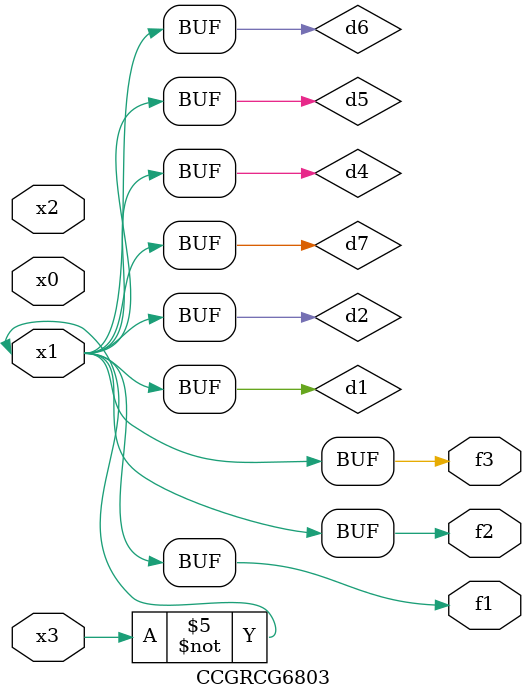
<source format=v>
module CCGRCG6803(
	input x0, x1, x2, x3,
	output f1, f2, f3
);

	wire d1, d2, d3, d4, d5, d6, d7;

	not (d1, x3);
	buf (d2, x1);
	xnor (d3, d1, d2);
	nor (d4, d1);
	buf (d5, d1, d2);
	buf (d6, d4, d5);
	nand (d7, d4);
	assign f1 = d6;
	assign f2 = d7;
	assign f3 = d6;
endmodule

</source>
